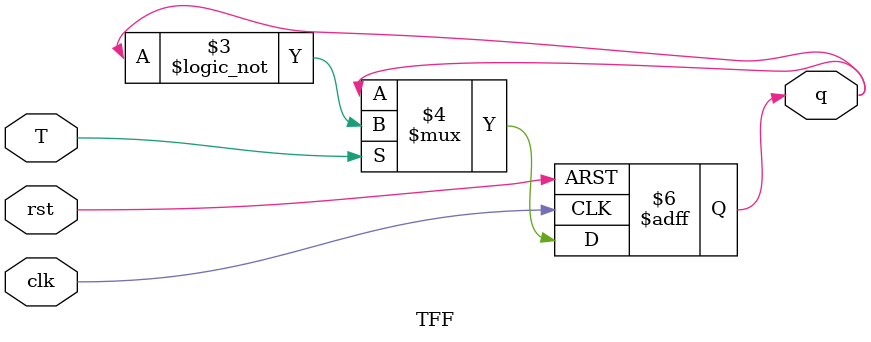
<source format=v>
module TFF(T,clk,rst,q);
input T,clk,rst;
output q;
reg q;
always @(posedge clk or negedge rst) begin
	if (~rst) begin
		// reset
		q<=1'b0;
		
	end
	else if (T) begin
		q<=!q;
	end
end
endmodule
</source>
